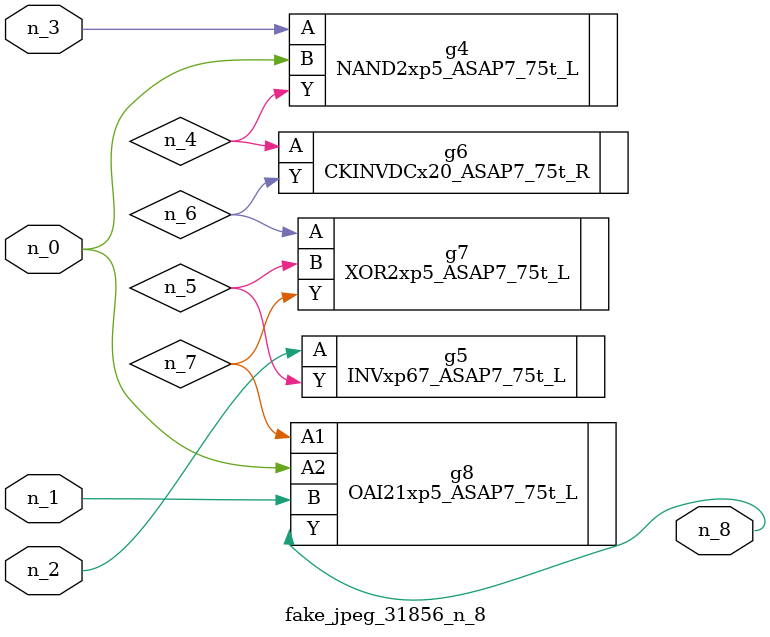
<source format=v>
module fake_jpeg_31856_n_8 (n_0, n_3, n_2, n_1, n_8);

input n_0;
input n_3;
input n_2;
input n_1;

output n_8;

wire n_4;
wire n_6;
wire n_5;
wire n_7;

NAND2xp5_ASAP7_75t_L g4 ( 
.A(n_3),
.B(n_0),
.Y(n_4)
);

INVxp67_ASAP7_75t_L g5 ( 
.A(n_2),
.Y(n_5)
);

CKINVDCx20_ASAP7_75t_R g6 ( 
.A(n_4),
.Y(n_6)
);

XOR2xp5_ASAP7_75t_L g7 ( 
.A(n_6),
.B(n_5),
.Y(n_7)
);

OAI21xp5_ASAP7_75t_L g8 ( 
.A1(n_7),
.A2(n_0),
.B(n_1),
.Y(n_8)
);


endmodule
</source>
